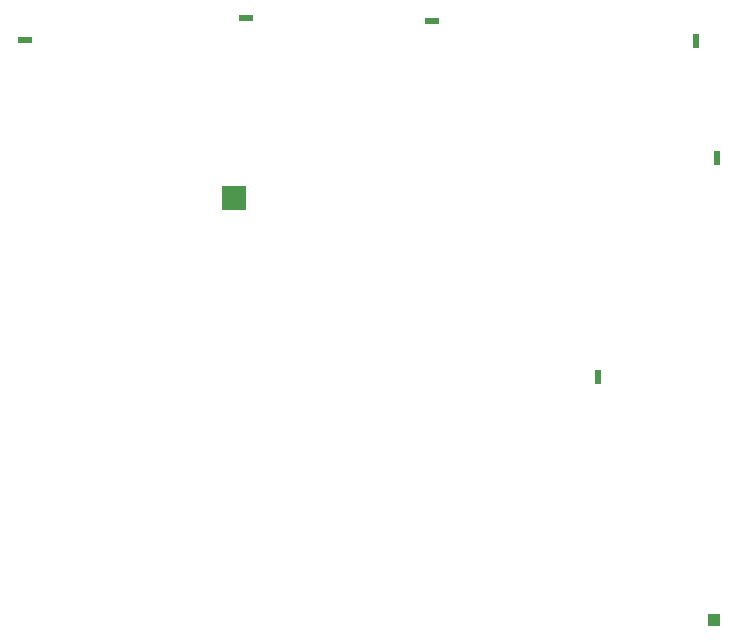
<source format=gbp>
G04 (created by PCBNEW (2013-08-24 BZR 4298)-stable) date Sat 23 Aug 2014 12:00:54 PM PDT*
%MOIN*%
G04 Gerber Fmt 3.4, Leading zero omitted, Abs format*
%FSLAX34Y34*%
G01*
G70*
G90*
G04 APERTURE LIST*
%ADD10C,0.005906*%
%ADD11R,0.078720X0.078720*%
%ADD12R,0.047244X0.021260*%
%ADD13R,0.021260X0.047244*%
%ADD14R,0.041732X0.041732*%
G04 APERTURE END LIST*
G54D10*
G54D11*
X50003Y-35208D03*
G54D12*
X43031Y-29921D03*
X56594Y-29291D03*
G54D13*
X66102Y-33858D03*
X65413Y-29980D03*
X62129Y-41169D03*
G54D12*
X50393Y-29212D03*
G54D14*
X66023Y-49281D03*
M02*

</source>
